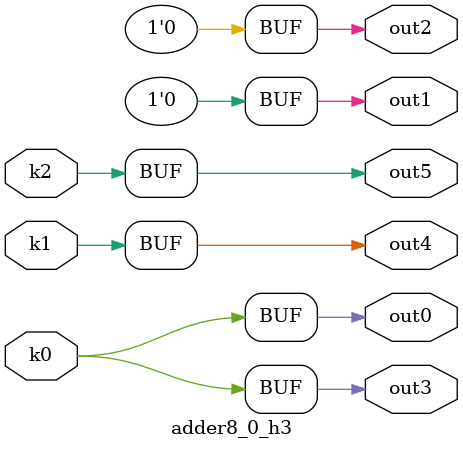
<source format=v>
module adder8_0(pi00, pi01, pi02, pi03, pi04, pi05, pi06, pi07, pi08, pi09, po0, po1, po2, po3, po4, po5);
input pi00, pi01, pi02, pi03, pi04, pi05, pi06, pi07, pi08, pi09;
output po0, po1, po2, po3, po4, po5;
wire k0, k1, k2;
adder8_0_w3 DUT1 (pi00, pi01, pi02, pi03, pi04, pi05, pi06, pi07, pi08, pi09, k0, k1, k2);
adder8_0_h3 DUT2 (k0, k1, k2, po0, po1, po2, po3, po4, po5);
endmodule

module adder8_0_w3(in9, in8, in7, in6, in5, in4, in3, in2, in1, in0, k2, k1, k0);
input in9, in8, in7, in6, in5, in4, in3, in2, in1, in0;
output k2, k1, k0;
assign k0 =   ((~in7 ^ in2) & ((in9 & in4 & (in8 | in3)) | (in8 & in3))) | ((in7 ^ in2) & ((~in8 & ~in3) | ((~in8 | ~in3) & (~in9 | ~in4))));
assign k1 =   (in9 & in4 & (in8 ^ in3)) | ((~in8 ^ in3) & (~in9 | ~in4));
assign k2 =   ~in9 ^ ~in4;
endmodule

module adder8_0_h3(k2, k1, k0, out5, out4, out3, out2, out1, out0);
input k2, k1, k0;
output out5, out4, out3, out2, out1, out0;
assign out0 = k0;
assign out1 = 0;
assign out2 = 0;
assign out3 = k0;
assign out4 = k1;
assign out5 = k2;
endmodule

</source>
